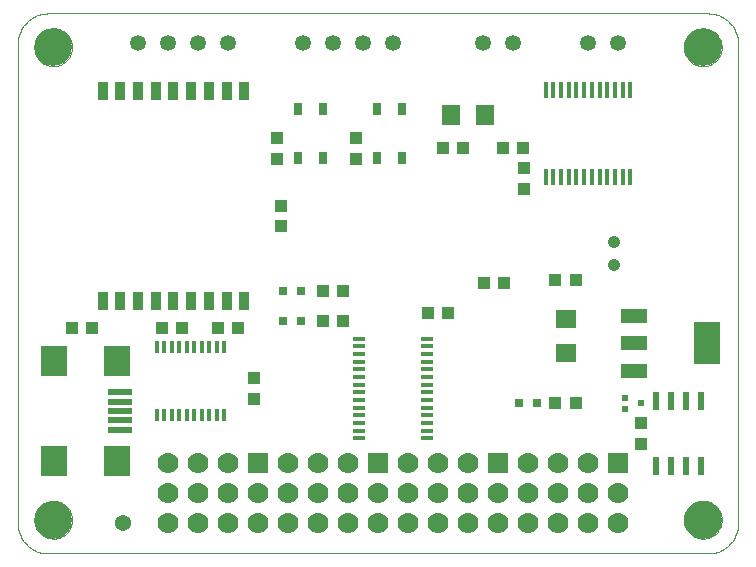
<source format=gts>
G75*
%MOIN*%
%OFA0B0*%
%FSLAX24Y24*%
%IPPOS*%
%LPD*%
%AMOC8*
5,1,8,0,0,1.08239X$1,22.5*
%
%ADD10C,0.0000*%
%ADD11C,0.1260*%
%ADD12R,0.0137X0.0550*%
%ADD13C,0.0540*%
%ADD14R,0.0880X0.0480*%
%ADD15R,0.0866X0.1417*%
%ADD16R,0.0433X0.0394*%
%ADD17R,0.0394X0.0433*%
%ADD18C,0.0531*%
%ADD19C,0.0413*%
%ADD20R,0.0354X0.0585*%
%ADD21R,0.0256X0.0413*%
%ADD22R,0.0390X0.0120*%
%ADD23R,0.0700X0.0700*%
%ADD24C,0.0700*%
%ADD25R,0.0150X0.0430*%
%ADD26R,0.0866X0.0984*%
%ADD27R,0.0787X0.0197*%
%ADD28R,0.0236X0.0197*%
%ADD29R,0.0240X0.0600*%
%ADD30R,0.0315X0.0315*%
%ADD31R,0.0630X0.0709*%
%ADD32R,0.0709X0.0630*%
D10*
X001650Y000650D02*
X023650Y000650D01*
X023710Y000652D01*
X023771Y000657D01*
X023830Y000666D01*
X023889Y000679D01*
X023948Y000695D01*
X024005Y000715D01*
X024060Y000738D01*
X024115Y000765D01*
X024167Y000794D01*
X024218Y000827D01*
X024267Y000863D01*
X024313Y000901D01*
X024357Y000943D01*
X024399Y000987D01*
X024437Y001033D01*
X024473Y001082D01*
X024506Y001133D01*
X024535Y001185D01*
X024562Y001240D01*
X024585Y001295D01*
X024605Y001352D01*
X024621Y001411D01*
X024634Y001470D01*
X024643Y001529D01*
X024648Y001590D01*
X024650Y001650D01*
X024650Y017650D01*
X024648Y017710D01*
X024643Y017771D01*
X024634Y017830D01*
X024621Y017889D01*
X024605Y017948D01*
X024585Y018005D01*
X024562Y018060D01*
X024535Y018115D01*
X024506Y018167D01*
X024473Y018218D01*
X024437Y018267D01*
X024399Y018313D01*
X024357Y018357D01*
X024313Y018399D01*
X024267Y018437D01*
X024218Y018473D01*
X024167Y018506D01*
X024115Y018535D01*
X024060Y018562D01*
X024005Y018585D01*
X023948Y018605D01*
X023889Y018621D01*
X023830Y018634D01*
X023771Y018643D01*
X023710Y018648D01*
X023650Y018650D01*
X001650Y018650D01*
X001590Y018648D01*
X001529Y018643D01*
X001470Y018634D01*
X001411Y018621D01*
X001352Y018605D01*
X001295Y018585D01*
X001240Y018562D01*
X001185Y018535D01*
X001133Y018506D01*
X001082Y018473D01*
X001033Y018437D01*
X000987Y018399D01*
X000943Y018357D01*
X000901Y018313D01*
X000863Y018267D01*
X000827Y018218D01*
X000794Y018167D01*
X000765Y018115D01*
X000738Y018060D01*
X000715Y018005D01*
X000695Y017948D01*
X000679Y017889D01*
X000666Y017830D01*
X000657Y017771D01*
X000652Y017710D01*
X000650Y017650D01*
X000650Y001650D01*
X000652Y001590D01*
X000657Y001529D01*
X000666Y001470D01*
X000679Y001411D01*
X000695Y001352D01*
X000715Y001295D01*
X000738Y001240D01*
X000765Y001185D01*
X000794Y001133D01*
X000827Y001082D01*
X000863Y001033D01*
X000901Y000987D01*
X000943Y000943D01*
X000987Y000901D01*
X001033Y000863D01*
X001082Y000827D01*
X001133Y000794D01*
X001185Y000765D01*
X001240Y000738D01*
X001295Y000715D01*
X001352Y000695D01*
X001411Y000679D01*
X001470Y000666D01*
X001529Y000657D01*
X001590Y000652D01*
X001650Y000650D01*
X001193Y001776D02*
X001195Y001826D01*
X001201Y001876D01*
X001211Y001925D01*
X001225Y001973D01*
X001242Y002020D01*
X001263Y002065D01*
X001288Y002109D01*
X001316Y002150D01*
X001348Y002189D01*
X001382Y002226D01*
X001419Y002260D01*
X001459Y002290D01*
X001501Y002317D01*
X001545Y002341D01*
X001591Y002362D01*
X001638Y002378D01*
X001686Y002391D01*
X001736Y002400D01*
X001785Y002405D01*
X001836Y002406D01*
X001886Y002403D01*
X001935Y002396D01*
X001984Y002385D01*
X002032Y002370D01*
X002078Y002352D01*
X002123Y002330D01*
X002166Y002304D01*
X002207Y002275D01*
X002246Y002243D01*
X002282Y002208D01*
X002314Y002170D01*
X002344Y002130D01*
X002371Y002087D01*
X002394Y002043D01*
X002413Y001997D01*
X002429Y001949D01*
X002441Y001900D01*
X002449Y001851D01*
X002453Y001801D01*
X002453Y001751D01*
X002449Y001701D01*
X002441Y001652D01*
X002429Y001603D01*
X002413Y001555D01*
X002394Y001509D01*
X002371Y001465D01*
X002344Y001422D01*
X002314Y001382D01*
X002282Y001344D01*
X002246Y001309D01*
X002207Y001277D01*
X002166Y001248D01*
X002123Y001222D01*
X002078Y001200D01*
X002032Y001182D01*
X001984Y001167D01*
X001935Y001156D01*
X001886Y001149D01*
X001836Y001146D01*
X001785Y001147D01*
X001736Y001152D01*
X001686Y001161D01*
X001638Y001174D01*
X001591Y001190D01*
X001545Y001211D01*
X001501Y001235D01*
X001459Y001262D01*
X001419Y001292D01*
X001382Y001326D01*
X001348Y001363D01*
X001316Y001402D01*
X001288Y001443D01*
X001263Y001487D01*
X001242Y001532D01*
X001225Y001579D01*
X001211Y001627D01*
X001201Y001676D01*
X001195Y001726D01*
X001193Y001776D01*
X001193Y017524D02*
X001195Y017574D01*
X001201Y017624D01*
X001211Y017673D01*
X001225Y017721D01*
X001242Y017768D01*
X001263Y017813D01*
X001288Y017857D01*
X001316Y017898D01*
X001348Y017937D01*
X001382Y017974D01*
X001419Y018008D01*
X001459Y018038D01*
X001501Y018065D01*
X001545Y018089D01*
X001591Y018110D01*
X001638Y018126D01*
X001686Y018139D01*
X001736Y018148D01*
X001785Y018153D01*
X001836Y018154D01*
X001886Y018151D01*
X001935Y018144D01*
X001984Y018133D01*
X002032Y018118D01*
X002078Y018100D01*
X002123Y018078D01*
X002166Y018052D01*
X002207Y018023D01*
X002246Y017991D01*
X002282Y017956D01*
X002314Y017918D01*
X002344Y017878D01*
X002371Y017835D01*
X002394Y017791D01*
X002413Y017745D01*
X002429Y017697D01*
X002441Y017648D01*
X002449Y017599D01*
X002453Y017549D01*
X002453Y017499D01*
X002449Y017449D01*
X002441Y017400D01*
X002429Y017351D01*
X002413Y017303D01*
X002394Y017257D01*
X002371Y017213D01*
X002344Y017170D01*
X002314Y017130D01*
X002282Y017092D01*
X002246Y017057D01*
X002207Y017025D01*
X002166Y016996D01*
X002123Y016970D01*
X002078Y016948D01*
X002032Y016930D01*
X001984Y016915D01*
X001935Y016904D01*
X001886Y016897D01*
X001836Y016894D01*
X001785Y016895D01*
X001736Y016900D01*
X001686Y016909D01*
X001638Y016922D01*
X001591Y016938D01*
X001545Y016959D01*
X001501Y016983D01*
X001459Y017010D01*
X001419Y017040D01*
X001382Y017074D01*
X001348Y017111D01*
X001316Y017150D01*
X001288Y017191D01*
X001263Y017235D01*
X001242Y017280D01*
X001225Y017327D01*
X001211Y017375D01*
X001201Y017424D01*
X001195Y017474D01*
X001193Y017524D01*
X022847Y017524D02*
X022849Y017574D01*
X022855Y017624D01*
X022865Y017673D01*
X022879Y017721D01*
X022896Y017768D01*
X022917Y017813D01*
X022942Y017857D01*
X022970Y017898D01*
X023002Y017937D01*
X023036Y017974D01*
X023073Y018008D01*
X023113Y018038D01*
X023155Y018065D01*
X023199Y018089D01*
X023245Y018110D01*
X023292Y018126D01*
X023340Y018139D01*
X023390Y018148D01*
X023439Y018153D01*
X023490Y018154D01*
X023540Y018151D01*
X023589Y018144D01*
X023638Y018133D01*
X023686Y018118D01*
X023732Y018100D01*
X023777Y018078D01*
X023820Y018052D01*
X023861Y018023D01*
X023900Y017991D01*
X023936Y017956D01*
X023968Y017918D01*
X023998Y017878D01*
X024025Y017835D01*
X024048Y017791D01*
X024067Y017745D01*
X024083Y017697D01*
X024095Y017648D01*
X024103Y017599D01*
X024107Y017549D01*
X024107Y017499D01*
X024103Y017449D01*
X024095Y017400D01*
X024083Y017351D01*
X024067Y017303D01*
X024048Y017257D01*
X024025Y017213D01*
X023998Y017170D01*
X023968Y017130D01*
X023936Y017092D01*
X023900Y017057D01*
X023861Y017025D01*
X023820Y016996D01*
X023777Y016970D01*
X023732Y016948D01*
X023686Y016930D01*
X023638Y016915D01*
X023589Y016904D01*
X023540Y016897D01*
X023490Y016894D01*
X023439Y016895D01*
X023390Y016900D01*
X023340Y016909D01*
X023292Y016922D01*
X023245Y016938D01*
X023199Y016959D01*
X023155Y016983D01*
X023113Y017010D01*
X023073Y017040D01*
X023036Y017074D01*
X023002Y017111D01*
X022970Y017150D01*
X022942Y017191D01*
X022917Y017235D01*
X022896Y017280D01*
X022879Y017327D01*
X022865Y017375D01*
X022855Y017424D01*
X022849Y017474D01*
X022847Y017524D01*
X022847Y001776D02*
X022849Y001826D01*
X022855Y001876D01*
X022865Y001925D01*
X022879Y001973D01*
X022896Y002020D01*
X022917Y002065D01*
X022942Y002109D01*
X022970Y002150D01*
X023002Y002189D01*
X023036Y002226D01*
X023073Y002260D01*
X023113Y002290D01*
X023155Y002317D01*
X023199Y002341D01*
X023245Y002362D01*
X023292Y002378D01*
X023340Y002391D01*
X023390Y002400D01*
X023439Y002405D01*
X023490Y002406D01*
X023540Y002403D01*
X023589Y002396D01*
X023638Y002385D01*
X023686Y002370D01*
X023732Y002352D01*
X023777Y002330D01*
X023820Y002304D01*
X023861Y002275D01*
X023900Y002243D01*
X023936Y002208D01*
X023968Y002170D01*
X023998Y002130D01*
X024025Y002087D01*
X024048Y002043D01*
X024067Y001997D01*
X024083Y001949D01*
X024095Y001900D01*
X024103Y001851D01*
X024107Y001801D01*
X024107Y001751D01*
X024103Y001701D01*
X024095Y001652D01*
X024083Y001603D01*
X024067Y001555D01*
X024048Y001509D01*
X024025Y001465D01*
X023998Y001422D01*
X023968Y001382D01*
X023936Y001344D01*
X023900Y001309D01*
X023861Y001277D01*
X023820Y001248D01*
X023777Y001222D01*
X023732Y001200D01*
X023686Y001182D01*
X023638Y001167D01*
X023589Y001156D01*
X023540Y001149D01*
X023490Y001146D01*
X023439Y001147D01*
X023390Y001152D01*
X023340Y001161D01*
X023292Y001174D01*
X023245Y001190D01*
X023199Y001211D01*
X023155Y001235D01*
X023113Y001262D01*
X023073Y001292D01*
X023036Y001326D01*
X023002Y001363D01*
X022970Y001402D01*
X022942Y001443D01*
X022917Y001487D01*
X022896Y001532D01*
X022879Y001579D01*
X022865Y001627D01*
X022855Y001676D01*
X022849Y001726D01*
X022847Y001776D01*
D11*
X023477Y001776D03*
X023477Y017524D03*
X001823Y017524D03*
X001823Y001776D03*
D12*
X018243Y013211D03*
X018498Y013211D03*
X018754Y013211D03*
X019010Y013211D03*
X019266Y013211D03*
X019522Y013211D03*
X019778Y013211D03*
X020034Y013211D03*
X020290Y013211D03*
X020546Y013211D03*
X020802Y013211D03*
X021057Y013211D03*
X021057Y016089D03*
X020802Y016089D03*
X020546Y016089D03*
X020290Y016089D03*
X020034Y016089D03*
X019778Y016089D03*
X019522Y016089D03*
X019266Y016089D03*
X019010Y016089D03*
X018754Y016089D03*
X018498Y016089D03*
X018243Y016089D03*
D13*
X004150Y001650D03*
D14*
X021180Y006740D03*
X021180Y007650D03*
X021180Y008560D03*
D15*
X023620Y007650D03*
D16*
X019235Y005650D03*
X018565Y005650D03*
X014985Y008650D03*
X014315Y008650D03*
X016190Y009650D03*
X016860Y009650D03*
X018565Y009775D03*
X019235Y009775D03*
X017485Y014150D03*
X016815Y014150D03*
X015485Y014150D03*
X014815Y014150D03*
X011485Y009400D03*
X010815Y009400D03*
X010815Y008400D03*
X011485Y008400D03*
X007985Y008150D03*
X007315Y008150D03*
X006110Y008150D03*
X005440Y008150D03*
X003110Y008150D03*
X002440Y008150D03*
D17*
X008525Y006485D03*
X008525Y005815D03*
X009400Y011565D03*
X009400Y012235D03*
X009275Y013815D03*
X009275Y014485D03*
X011900Y014485D03*
X011900Y013815D03*
X017525Y013485D03*
X017525Y012815D03*
X021400Y004985D03*
X021400Y004315D03*
D18*
X020650Y017650D03*
X019650Y017650D03*
X017150Y017650D03*
X016150Y017650D03*
X013150Y017650D03*
X012150Y017650D03*
X011150Y017650D03*
X010150Y017650D03*
X007650Y017650D03*
X006650Y017650D03*
X005650Y017650D03*
X004650Y017650D03*
D19*
X020525Y011044D03*
X020525Y010256D03*
D20*
X008194Y009056D03*
X007604Y009056D03*
X007013Y009056D03*
X006423Y009056D03*
X005832Y009056D03*
X005242Y009056D03*
X004651Y009056D03*
X004060Y009056D03*
X003470Y009056D03*
X003470Y016057D03*
X004060Y016057D03*
X004651Y016057D03*
X005242Y016057D03*
X005832Y016057D03*
X006423Y016057D03*
X007013Y016057D03*
X007604Y016057D03*
X008194Y016057D03*
D21*
X009977Y015467D03*
X010823Y015467D03*
X012602Y015467D03*
X013448Y015467D03*
X013448Y013833D03*
X012602Y013833D03*
X010823Y013833D03*
X009977Y013833D03*
D22*
X012001Y007813D03*
X012001Y007557D03*
X012001Y007302D03*
X012001Y007046D03*
X012001Y006790D03*
X012001Y006534D03*
X012001Y006278D03*
X012001Y006022D03*
X012001Y005766D03*
X012001Y005510D03*
X012001Y005254D03*
X012001Y004998D03*
X012001Y004743D03*
X012001Y004487D03*
X014299Y004487D03*
X014299Y004743D03*
X014299Y004998D03*
X014299Y005254D03*
X014299Y005510D03*
X014299Y005766D03*
X014299Y006022D03*
X014299Y006278D03*
X014299Y006534D03*
X014299Y006790D03*
X014299Y007046D03*
X014299Y007302D03*
X014299Y007557D03*
X014299Y007813D03*
D23*
X012650Y003650D03*
X016650Y003650D03*
X020650Y003650D03*
X008650Y003650D03*
D24*
X007650Y003650D03*
X006650Y003650D03*
X005650Y003650D03*
X005650Y002650D03*
X006650Y002650D03*
X007650Y002650D03*
X008650Y002650D03*
X009650Y002650D03*
X010650Y002650D03*
X011650Y002650D03*
X012650Y002650D03*
X013650Y002650D03*
X014650Y002650D03*
X015650Y002650D03*
X016650Y002650D03*
X017650Y002650D03*
X018650Y002650D03*
X019650Y002650D03*
X020650Y002650D03*
X020650Y001650D03*
X019650Y001650D03*
X018650Y001650D03*
X017650Y001650D03*
X016650Y001650D03*
X015650Y001650D03*
X014650Y001650D03*
X013650Y001650D03*
X012650Y001650D03*
X011650Y001650D03*
X010650Y001650D03*
X009650Y001650D03*
X008650Y001650D03*
X007650Y001650D03*
X006650Y001650D03*
X005650Y001650D03*
X009650Y003650D03*
X010650Y003650D03*
X011650Y003650D03*
X013650Y003650D03*
X014650Y003650D03*
X015650Y003650D03*
X017650Y003650D03*
X018650Y003650D03*
X019650Y003650D03*
D25*
X007525Y005266D03*
X007275Y005266D03*
X007025Y005266D03*
X006775Y005266D03*
X006525Y005266D03*
X006275Y005266D03*
X006025Y005266D03*
X005775Y005266D03*
X005525Y005266D03*
X005275Y005266D03*
X005275Y007534D03*
X005525Y007534D03*
X005775Y007534D03*
X006025Y007534D03*
X006275Y007534D03*
X006525Y007534D03*
X006775Y007534D03*
X007025Y007534D03*
X007275Y007534D03*
X007525Y007534D03*
D26*
X003937Y007054D03*
X001851Y007054D03*
X001851Y003746D03*
X003937Y003746D03*
D27*
X004036Y004770D03*
X004036Y005085D03*
X004036Y005400D03*
X004036Y005715D03*
X004036Y006030D03*
D28*
X020894Y005847D03*
X020894Y005453D03*
X021406Y005650D03*
D29*
X021900Y005730D03*
X022400Y005730D03*
X022900Y005730D03*
X023400Y005730D03*
X023400Y003570D03*
X022900Y003570D03*
X022400Y003570D03*
X021900Y003570D03*
D30*
X017945Y005650D03*
X017355Y005650D03*
X010070Y008400D03*
X009480Y008400D03*
X009480Y009400D03*
X010070Y009400D03*
D31*
X015099Y015275D03*
X016201Y015275D03*
D32*
X018900Y008451D03*
X018900Y007349D03*
M02*

</source>
